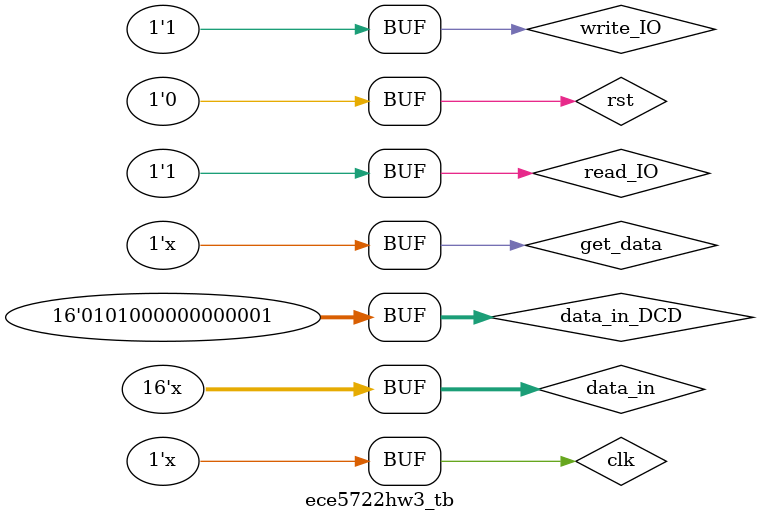
<source format=v>
module ece5722hw3 (input write_IO, read_IO, get_data, clk, rst, input [15:0] data_in, input [15:0] data_in_DCD, output interrupt, output [15:0] data_read_out);

wire startWire;
wire acknowledgeWire;
wire [7:0] dataAddOutWire;
wire [7:0] outputToBufferWire;
wire write_BufferW;


	DCD DCDstart(.address(data_in_DCD), .write_IO(write_IO), .clk(clk), .rst(rst), .start_or_acknowledge_out(startWire));
	DCD DCDacknowledge(.address(data_in_DCD), .write_IO(write_IO), .clk(clk), .rst(rst), .start_or_acknowledge_out(acknowledgeWire));
	IO_interface myIOI(.get_data(get_data), .start(startWire), .acknowledged(acknowledgeWire), .clk(clk), .rst(rst), .data_read(data_in_DCD), .dataAddOut(dataAddOutWire), 
	.write_Buffer(write_BufferW), .interrupt(interrupt));
	addressDecoder myaddressDecoder(.get_data(get_data), .address(data_in), .read_IO(read_IO), .clk(clk), .outputToBuffer(outputToBufferWire));


assign data_read_out[15:0] = { dataAddOutWire[7:0],  outputToBufferWire[7:0]};

	

endmodule


module DCD (input [15:0] address, input write_IO, clk, rst, output start_or_acknowledge_out);

	reg start_or_acknowledge_out_state;

always @ (posedge clk) begin

//			if ((address == 16'h5000 | address == 16'h5001) & write_IO == 1)
			if ((address == 16'h5000 | address == 16'h5001) & write_IO)
				start_or_acknowledge_out_state <= 1;
			else
				start_or_acknowledge_out_state <= 0;

end

assign start_or_acknowledge_out = start_or_acknowledge_out_state;


endmodule



module IO_interface (input start, get_data, acknowledged, clk, rst, input [15:0] data_read, output interrupt, write_Buffer, output [7:0] dataAddOut);
	reg [7:0] counter = 0;
	reg [7:0] dataH;
	reg [7:0] dataL;
	reg sendToInterrupt;
	reg write_Buffer_On;
	
always @ (posedge clk or posedge rst) begin

	if (rst) begin
		counter <= 0;
		dataH <= 8'b00000000;
		write_Buffer_On <= 0;
		sendToInterrupt <= 0;
	end
	else if (acknowledged == 1 & start != 1)
		counter <= 0;
	else if (start) begin
			counter <= counter + 1'b1;
			if (counter != 8'b11111111) begin
				dataH <= data_read[15:8];
				write_Buffer_On <= 1;
			end
			else if (counter == 8'b11111111) begin
				write_Buffer_On <= 0;
				sendToInterrupt <= 1;
				counter <= 8'b11111111;
			end
				

			
		end
	end


assign interrupt = sendToInterrupt;
assign dataAddOut = dataH;
assign write_Buffer = write_Buffer_On;
 
		
endmodule







module addressDecoder (input read_IO, get_data, clk, input [15:0] address, output [7:0] outputToBuffer);
reg outState;
always @ (posedge clk) begin
	if ((address >= 16'h5500 & address <= 16'h55FF) & read_IO & get_data)
		outState <= 1;
	else
		outState <= 0;
end

assign outputToBuffer = (outState) ? address[7:0] : 8'h00;
		
		

endmodule

module ece5722hw3_tb ();

reg write_IO, read_IO, get_data, clk, rst;
reg [15:0] data_in;
reg [15:0] data_in_DCD;
wire [15:0] data_read_out;
wire interrupt;



ece5722hw3 UUT (.write_IO(write_IO), .read_IO(read_IO), .get_data(get_data), .clk(clk), .rst (rst), .data_in(data_in), .data_in_DCD(data_in_DCD),
.data_read_out(data_read_out), .interrupt(interrupt));



initial begin

data_in <= 16'h5505;
data_in_DCD <= 16'h5001;
get_data <= 0;
write_IO <= 1;
read_IO <= 1;
rst <= 1;
#5 rst <= 0;
clk <= 0;

end

always #30 data_in <= data_in + 1;
always #20 clk = ~clk;
always #25 get_data = ~get_data;


endmodule

 
</source>
